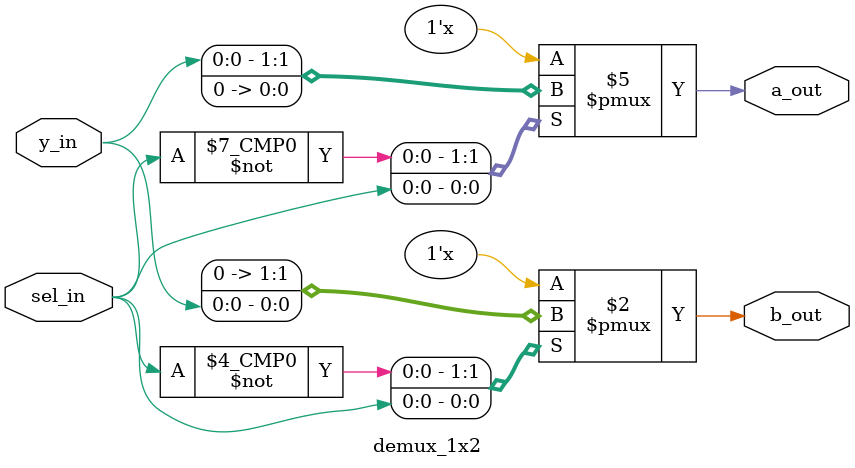
<source format=sv>
/*********************************************************/
// MODULE: 
//
// FILE NAME: demux_1x2.sv 
// VERSION: 0.1
// DATE: 2021-May-22 
// AUTHOR: KavinRaj D
//
// CODE TYPE: RTL or Behavioral Level
//
// DESCRIPTION:
//
/*********************************************************/

module demux_1x2
(
	input logic y_in, sel_in,
	output logic a_out, b_out
);

always_comb begin
	unique case (sel_in)
	1'b0: begin 
	a_out = y_in;
	b_out = 1'b0;
	end
	1'b1: begin
	a_out = 1'b0;
	b_out = y_in;
	end
endcase
end

endmodule : demux_1x2

</source>
